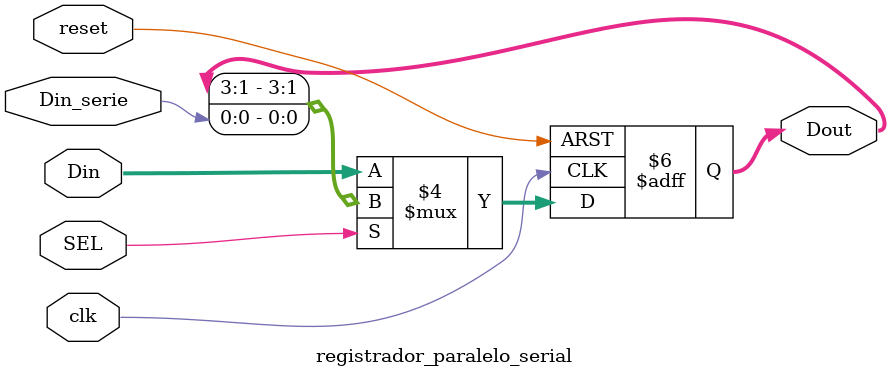
<source format=sv>
/* 
Aluna: Thayane Stheffany Silva Barros - 121110604
Roteiro 4: Problema 1 (Registrador Paralelo/Serial)
*/

parameter NBITS = 4; // Define o número de bits do registrador como 4

module registrador_paralelo_serial(
  input logic clk, reset, SEL, Din_serie,  // Entradas do registrador
  input logic [NBITS-1:0] Din,             // Entrada de dados no modo paralelo
  output logic [NBITS-1:0] Dout);          // Saída do registrador
  
  always_ff @(posedge reset or posedge clk) begin
    if(reset)begin  // Se o reset estiver ativado, reinicia o valor armazenado para 0
      Dout <= 0;
    end else if (SEL == 0) begin  // Se o modo for paralelo, armazena o valor presente em "Din" no registrador
      Dout <= Din;
    end else begin   // Se o modo for serial, desloca o valor armazenado para a esquerda em uma posição e armazena o valor presente em "Din_serie" no bit menos significativo
      Dout <= {Dout[NBITS-1:1], Din_serie};
    end
  end
endmodule
</source>
